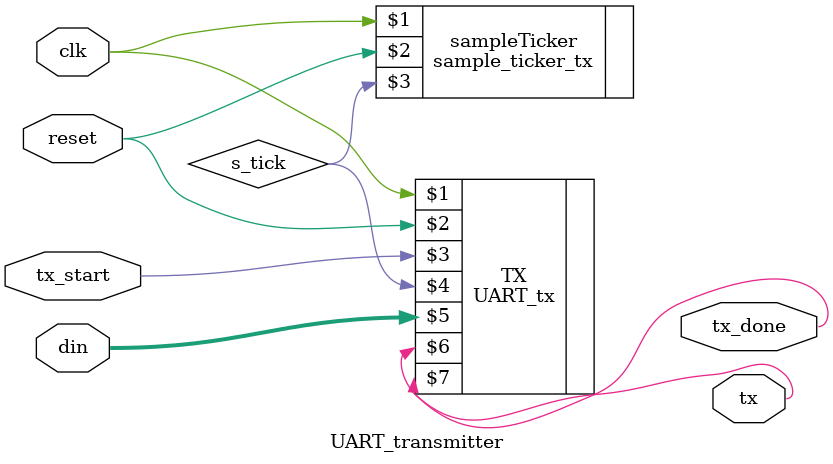
<source format=v>
`include "UART_transmitter.v"
`include "sampleTick_generator_tx.v"

module UART_transmitter(
  input clk,
  input reset,
  input tx_start,
  input [7:0] din,
  output tx_done,
  output tx
);


sample_ticker_tx sampleTicker(clk, reset, s_tick);
UART_tx TX(clk,
           reset,
           tx_start,
           s_tick,
           din,
           tx_done,
           tx);

endmodule

</source>
